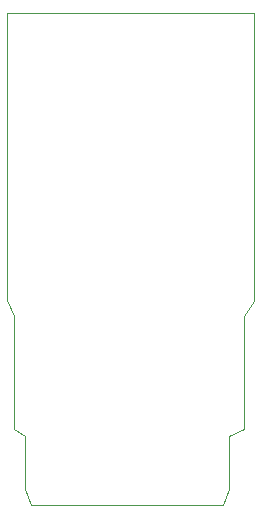
<source format=gbr>
G04 #@! TF.GenerationSoftware,KiCad,Pcbnew,(5.1.9)-1*
G04 #@! TF.CreationDate,2021-03-01T14:18:58+01:00*
G04 #@! TF.ProjectId,button_timer_v1.2.1_lipo[TPL5110],62757474-6f6e-45f7-9469-6d65725f7631,rev?*
G04 #@! TF.SameCoordinates,Original*
G04 #@! TF.FileFunction,Profile,NP*
%FSLAX46Y46*%
G04 Gerber Fmt 4.6, Leading zero omitted, Abs format (unit mm)*
G04 Created by KiCad (PCBNEW (5.1.9)-1) date 2021-03-01 14:18:58*
%MOMM*%
%LPD*%
G01*
G04 APERTURE LIST*
G04 #@! TA.AperFunction,Profile*
%ADD10C,0.100000*%
G04 #@! TD*
G04 #@! TA.AperFunction,Profile*
%ADD11C,0.050000*%
G04 #@! TD*
G04 APERTURE END LIST*
D10*
X115570000Y-60706000D02*
X136525000Y-60706000D01*
D11*
X133858000Y-102362000D02*
X134366000Y-100965000D01*
X117094000Y-100965000D02*
X117602000Y-102362000D01*
X134366000Y-96520000D02*
X135636000Y-95885000D01*
D10*
X134366000Y-96520000D02*
X134366000Y-100965000D01*
D11*
X136525000Y-85090000D02*
X135636000Y-86360000D01*
D10*
X135636000Y-86360000D02*
X135636000Y-95885000D01*
X136525000Y-80645000D02*
X136525000Y-85090000D01*
X136525000Y-78105000D02*
X136525000Y-80645000D01*
D11*
X116205000Y-95885000D02*
X117094000Y-96520000D01*
D10*
X116205000Y-95885000D02*
X116205000Y-86360000D01*
D11*
X115570000Y-85000000D02*
X116205000Y-86360000D01*
D10*
X115570000Y-85000000D02*
X115570000Y-84000000D01*
X115570000Y-84000000D02*
X115570000Y-60706000D01*
X136525000Y-60706000D02*
X136525000Y-78105000D01*
X117094000Y-100965000D02*
X117094000Y-96520000D01*
X133858000Y-102362000D02*
X117602000Y-102362000D01*
M02*

</source>
